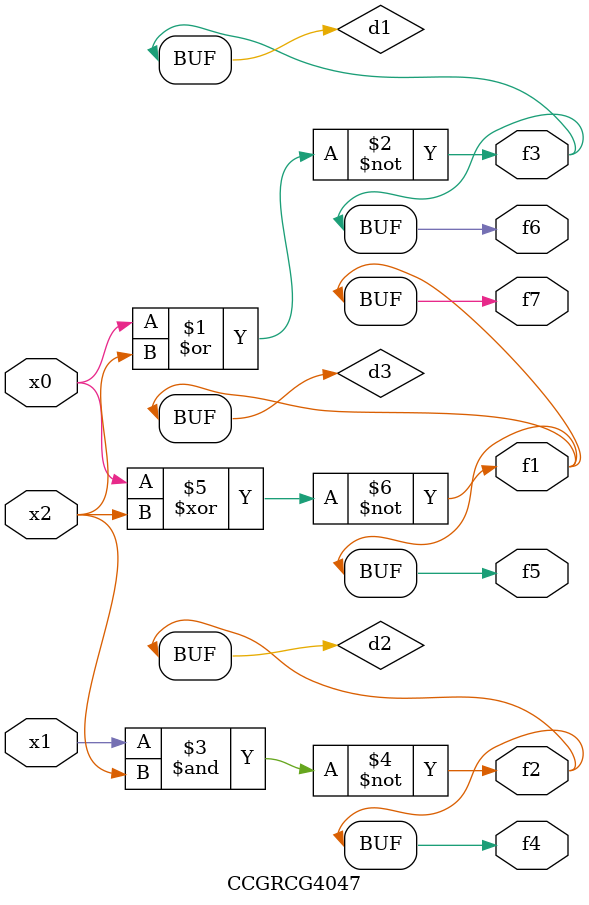
<source format=v>
module CCGRCG4047(
	input x0, x1, x2,
	output f1, f2, f3, f4, f5, f6, f7
);

	wire d1, d2, d3;

	nor (d1, x0, x2);
	nand (d2, x1, x2);
	xnor (d3, x0, x2);
	assign f1 = d3;
	assign f2 = d2;
	assign f3 = d1;
	assign f4 = d2;
	assign f5 = d3;
	assign f6 = d1;
	assign f7 = d3;
endmodule

</source>
